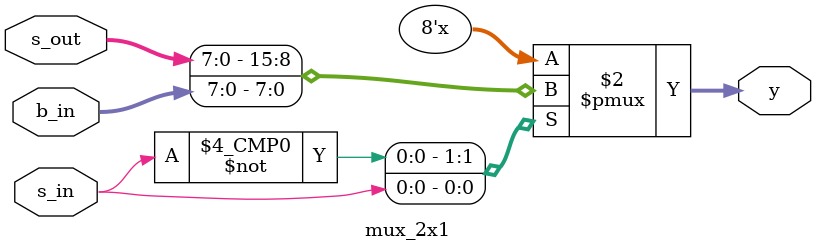
<source format=v>
module  mux_2x1(output  reg [7:0]y,
		input [7:0]s_out,b_in,
		input s_in);
always@(*)
	begin
		case(s_in)
		1'b0: y= s_out;
		1'b1: y = b_in;
		endcase
	end
endmodule
</source>
